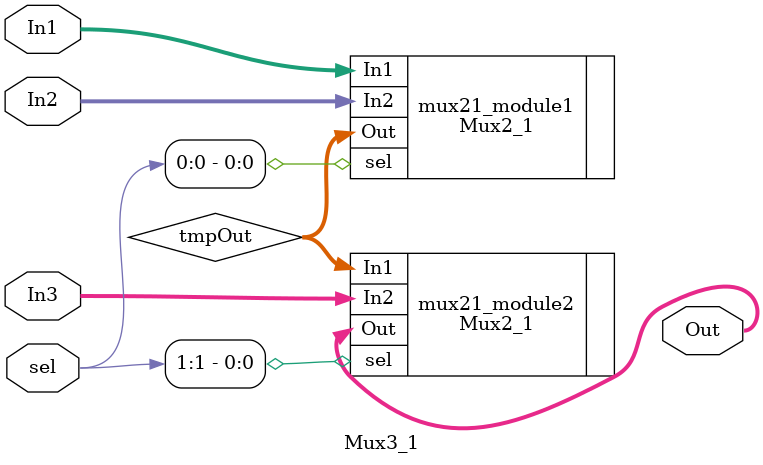
<source format=v>
`timescale 1ns / 1ps


module Mux3_1(
    In1,
    In2,
    In3,
    sel,
    Out
    );
    parameter n = 32;
    input [n-1:0] In1;
    input [n-1:0] In2;
    input [n-1:0] In3;
    output [n-1:0] Out;
    input [1:0] sel;

    wire [n-1:0] tmpOut;
    Mux2_1 #(n)mux21_module1(.In1(In1), .In2(In2), .sel(sel[0]), .Out(tmpOut));
    Mux2_1 #(n)mux21_module2(.In1(tmpOut), .In2(In3), .sel(sel[1]), .Out(Out));
    

    // assign Out = (sel == 2'b00) ? In1 : (sel == 2'b01)? In2 : In3;
endmodule

</source>
